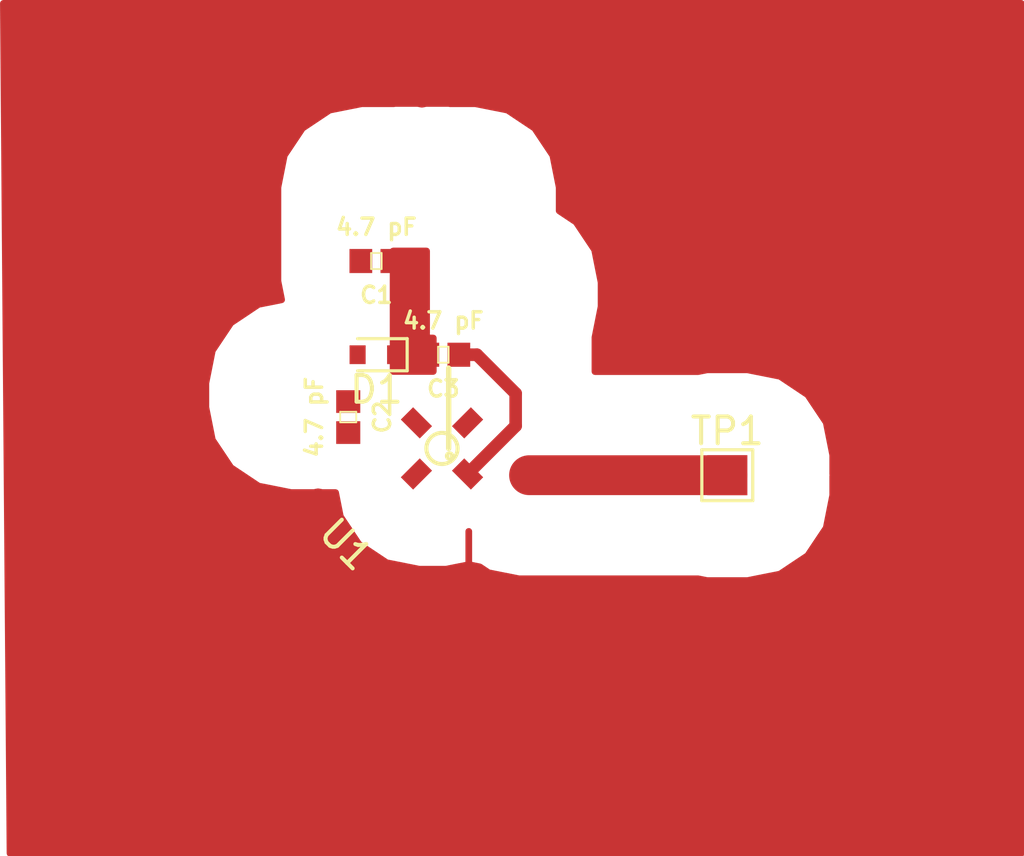
<source format=kicad_pcb>
(kicad_pcb (version 20171130) (host pcbnew 5.0.0)

  (general
    (thickness 1.6)
    (drawings 1)
    (tracks 6)
    (zones 0)
    (modules 6)
    (nets 6)
  )

  (page A4)
  (layers
    (0 F.Cu signal)
    (31 B.Cu signal)
    (32 B.Adhes user)
    (33 F.Adhes user)
    (34 B.Paste user)
    (35 F.Paste user)
    (36 B.SilkS user)
    (37 F.SilkS user)
    (38 B.Mask user)
    (39 F.Mask user)
    (40 Dwgs.User user)
    (41 Cmts.User user)
    (42 Eco1.User user)
    (43 Eco2.User user)
    (44 Edge.Cuts user)
    (45 Margin user)
    (46 B.CrtYd user)
    (47 F.CrtYd user)
    (48 B.Fab user)
    (49 F.Fab user)
  )

  (setup
    (last_trace_width 0.25)
    (trace_clearance 0.2)
    (zone_clearance 0.1)
    (zone_45_only no)
    (trace_min 0.2)
    (segment_width 0.2)
    (edge_width 0.15)
    (via_size 0.8)
    (via_drill 0.4)
    (via_min_size 0.4)
    (via_min_drill 0.3)
    (uvia_size 0.3)
    (uvia_drill 0.1)
    (uvias_allowed no)
    (uvia_min_size 0.2)
    (uvia_min_drill 0.1)
    (pcb_text_width 0.3)
    (pcb_text_size 1.5 1.5)
    (mod_edge_width 0.15)
    (mod_text_size 1 1)
    (mod_text_width 0.15)
    (pad_size 1.524 1.524)
    (pad_drill 0.762)
    (pad_to_mask_clearance 0.2)
    (aux_axis_origin 0 0)
    (visible_elements FFFFFF7F)
    (pcbplotparams
      (layerselection 0x010fc_ffffffff)
      (usegerberextensions false)
      (usegerberattributes false)
      (usegerberadvancedattributes false)
      (creategerberjobfile false)
      (excludeedgelayer true)
      (linewidth 0.100000)
      (plotframeref false)
      (viasonmask false)
      (mode 1)
      (useauxorigin false)
      (hpglpennumber 1)
      (hpglpenspeed 20)
      (hpglpendiameter 15.000000)
      (psnegative false)
      (psa4output false)
      (plotreference true)
      (plotvalue true)
      (plotinvisibletext false)
      (padsonsilk false)
      (subtractmaskfromsilk false)
      (outputformat 1)
      (mirror false)
      (drillshape 1)
      (scaleselection 1)
      (outputdirectory ""))
  )

  (net 0 "")
  (net 1 VCO)
  (net 2 "Net-(C1-Pad2)")
  (net 3 VCC)
  (net 4 "Net-(C3-Pad1)")
  (net 5 GND)

  (net_class Default "This is the default net class."
    (clearance 0.2)
    (trace_width 0.25)
    (via_dia 0.8)
    (via_drill 0.4)
    (uvia_dia 0.3)
    (uvia_drill 0.1)
    (add_net GND)
    (add_net "Net-(C1-Pad2)")
    (add_net "Net-(C3-Pad1)")
    (add_net VCC)
    (add_net VCO)
  )

  (module TestPoint:TestPoint_Pad_1.5x1.5mm (layer F.Cu) (tedit 5A0F774F) (tstamp 5EAD5B26)
    (at 72.15 45)
    (descr "SMD rectangular pad as test Point, square 1.5mm side length")
    (tags "test point SMD pad rectangle square")
    (path /5EAC6ADE)
    (attr virtual)
    (fp_text reference TP1 (at 0 -1.648) (layer F.SilkS)
      (effects (font (size 1 1) (thickness 0.15)))
    )
    (fp_text value TEST-POINT3X4 (at 0 1.75) (layer F.Fab)
      (effects (font (size 1 1) (thickness 0.15)))
    )
    (fp_line (start 1.25 1.25) (end -1.25 1.25) (layer F.CrtYd) (width 0.05))
    (fp_line (start 1.25 1.25) (end 1.25 -1.25) (layer F.CrtYd) (width 0.05))
    (fp_line (start -1.25 -1.25) (end -1.25 1.25) (layer F.CrtYd) (width 0.05))
    (fp_line (start -1.25 -1.25) (end 1.25 -1.25) (layer F.CrtYd) (width 0.05))
    (fp_line (start -0.95 0.95) (end -0.95 -0.95) (layer F.SilkS) (width 0.12))
    (fp_line (start 0.95 0.95) (end -0.95 0.95) (layer F.SilkS) (width 0.12))
    (fp_line (start 0.95 -0.95) (end 0.95 0.95) (layer F.SilkS) (width 0.12))
    (fp_line (start -0.95 -0.95) (end 0.95 -0.95) (layer F.SilkS) (width 0.12))
    (fp_text user %R (at 0 -1.65) (layer F.Fab)
      (effects (font (size 1 1) (thickness 0.15)))
    )
    (pad 1 smd rect (at 0 0) (size 1.5 1.5) (layers F.Cu F.Mask))
  )

  (module 0xDBFB7:4-Micro-X (layer F.Cu) (tedit 5E8E9CC3) (tstamp 5EAD0615)
    (at 61.5 44 315)
    (path /5EAA1A86)
    (fp_text reference U1 (at 0 5.072 315) (layer F.SilkS)
      (effects (font (size 1 1) (thickness 0.15)))
    )
    (fp_text value CE3520K3 (at 0 4.072 315) (layer F.Fab)
      (effects (font (size 1 1) (thickness 0.15)))
    )
    (fp_text user Gate (at 1.4 -0.5 315) (layer Dwgs.User)
      (effects (font (size 0.2 0.2) (thickness 0.05)))
    )
    (fp_text user Drain (at -1.3 -0.5 315) (layer Dwgs.User)
      (effects (font (size 0.2 0.2) (thickness 0.05)))
    )
    (fp_text user Source (at -0.5 -1.3 45) (layer Dwgs.User)
      (effects (font (size 0.2 0.2) (thickness 0.05)))
    )
    (fp_text user Source (at -0.5 1.4 45) (layer Dwgs.User)
      (effects (font (size 0.2 0.2) (thickness 0.05)))
    )
    (fp_circle (center 0 0) (end 0.583095 0) (layer F.SilkS) (width 0.15))
    (fp_circle (center 0.4 0) (end 0.5 0) (layer F.SilkS) (width 0.15))
    (pad 2 smd rect (at -1.35 0 45) (size 0.65 1) (layers F.Cu F.Paste F.Mask)
      (net 3 VCC))
    (pad 1 smd rect (at 0 -1.35 315) (size 0.65 1) (layers F.Cu F.Paste F.Mask)
      (net 5 GND))
    (pad 4 smd rect (at 1.35 0 225) (size 0.65 1) (layers F.Cu F.Paste F.Mask)
      (net 4 "Net-(C3-Pad1)"))
    (pad 3 smd rect (at 0 1.35 135) (size 0.65 1) (layers F.Cu F.Paste F.Mask)
      (net 5 GND))
  )

  (module Diode_SMD:D_SOD-523 (layer F.Cu) (tedit 586419F0) (tstamp 5EAD0607)
    (at 59.05 40.5 180)
    (descr "http://www.diodes.com/datasheets/ap02001.pdf p.144")
    (tags "Diode SOD523")
    (path /5EAC4B0B)
    (attr smd)
    (fp_text reference D1 (at 0 -1.3 180) (layer F.SilkS)
      (effects (font (size 1 1) (thickness 0.15)))
    )
    (fp_text value DIODE (at 0 1.4 180) (layer F.Fab)
      (effects (font (size 1 1) (thickness 0.15)))
    )
    (fp_text user %R (at 0 -1.3 180) (layer F.Fab)
      (effects (font (size 1 1) (thickness 0.15)))
    )
    (fp_line (start -1.15 -0.6) (end -1.15 0.6) (layer F.SilkS) (width 0.12))
    (fp_line (start 1.25 -0.7) (end 1.25 0.7) (layer F.CrtYd) (width 0.05))
    (fp_line (start -1.25 -0.7) (end 1.25 -0.7) (layer F.CrtYd) (width 0.05))
    (fp_line (start -1.25 0.7) (end -1.25 -0.7) (layer F.CrtYd) (width 0.05))
    (fp_line (start 1.25 0.7) (end -1.25 0.7) (layer F.CrtYd) (width 0.05))
    (fp_line (start 0.1 0) (end 0.25 0) (layer F.Fab) (width 0.1))
    (fp_line (start 0.1 -0.2) (end -0.2 0) (layer F.Fab) (width 0.1))
    (fp_line (start 0.1 0.2) (end 0.1 -0.2) (layer F.Fab) (width 0.1))
    (fp_line (start -0.2 0) (end 0.1 0.2) (layer F.Fab) (width 0.1))
    (fp_line (start -0.2 0) (end -0.35 0) (layer F.Fab) (width 0.1))
    (fp_line (start -0.2 0.2) (end -0.2 -0.2) (layer F.Fab) (width 0.1))
    (fp_line (start 0.65 -0.45) (end 0.65 0.45) (layer F.Fab) (width 0.1))
    (fp_line (start -0.65 -0.45) (end 0.65 -0.45) (layer F.Fab) (width 0.1))
    (fp_line (start -0.65 0.45) (end -0.65 -0.45) (layer F.Fab) (width 0.1))
    (fp_line (start 0.65 0.45) (end -0.65 0.45) (layer F.Fab) (width 0.1))
    (fp_line (start 0.7 -0.6) (end -1.15 -0.6) (layer F.SilkS) (width 0.12))
    (fp_line (start 0.7 0.6) (end -1.15 0.6) (layer F.SilkS) (width 0.12))
    (pad 2 smd rect (at 0.7 0) (size 0.6 0.7) (layers F.Cu F.Paste F.Mask)
      (net 2 "Net-(C1-Pad2)"))
    (pad 1 smd rect (at -0.7 0) (size 0.6 0.7) (layers F.Cu F.Paste F.Mask)
      (net 1 VCO))
    (model ${KISYS3DMOD}/Diode_SMD.3dshapes/D_SOD-523.wrl
      (at (xyz 0 0 0))
      (scale (xyz 1 1 1))
      (rotate (xyz 0 0 0))
    )
  )

  (module 0402 (layer F.Cu) (tedit 200000) (tstamp 5EACFD10)
    (at 61.55 40.5 180)
    (descr "GENERIC 1005 (0402) PACKAGE")
    (tags "GENERIC 1005 (0402) PACKAGE")
    (path /5EAC501D)
    (attr smd)
    (fp_text reference C3 (at 0 -1.27 180) (layer F.SilkS)
      (effects (font (size 0.6096 0.6096) (thickness 0.127)))
    )
    (fp_text value "4.7 pF" (at 0 1.27 180) (layer F.SilkS)
      (effects (font (size 0.6096 0.6096) (thickness 0.127)))
    )
    (fp_line (start -0.55372 0.3048) (end -0.254 0.3048) (layer Dwgs.User) (width 0.06604))
    (fp_line (start -0.254 0.3048) (end -0.254 -0.3048) (layer Dwgs.User) (width 0.06604))
    (fp_line (start -0.55372 -0.3048) (end -0.254 -0.3048) (layer Dwgs.User) (width 0.06604))
    (fp_line (start -0.55372 0.3048) (end -0.55372 -0.3048) (layer Dwgs.User) (width 0.06604))
    (fp_line (start 0.25654 0.3048) (end 0.5588 0.3048) (layer Dwgs.User) (width 0.06604))
    (fp_line (start 0.5588 0.3048) (end 0.5588 -0.3048) (layer Dwgs.User) (width 0.06604))
    (fp_line (start 0.25654 -0.3048) (end 0.5588 -0.3048) (layer Dwgs.User) (width 0.06604))
    (fp_line (start 0.25654 0.3048) (end 0.25654 -0.3048) (layer Dwgs.User) (width 0.06604))
    (fp_line (start -0.19812 0.29972) (end 0.19812 0.29972) (layer F.SilkS) (width 0.06604))
    (fp_line (start 0.19812 0.29972) (end 0.19812 -0.29972) (layer F.SilkS) (width 0.06604))
    (fp_line (start -0.19812 -0.29972) (end 0.19812 -0.29972) (layer F.SilkS) (width 0.06604))
    (fp_line (start -0.19812 0.29972) (end -0.19812 -0.29972) (layer F.SilkS) (width 0.06604))
    (fp_line (start -0.26924 -0.2286) (end 0.26924 -0.2286) (layer Dwgs.User) (width 0.1524))
    (fp_line (start 0.26924 0.2286) (end -0.26924 0.2286) (layer Dwgs.User) (width 0.1524))
    (fp_line (start -1.19888 -0.6477) (end 1.19888 -0.6477) (layer F.CrtYd) (width 0.0508))
    (fp_line (start 1.19888 -0.6477) (end 1.19888 0.6477) (layer F.CrtYd) (width 0.0508))
    (fp_line (start 1.19888 0.6477) (end -1.19888 0.6477) (layer F.CrtYd) (width 0.0508))
    (fp_line (start -1.19888 0.6477) (end -1.19888 -0.6477) (layer F.CrtYd) (width 0.0508))
    (pad 1 smd rect (at -0.57912 0 180) (size 0.84836 0.89916) (layers F.Cu F.Paste F.Mask)
      (net 4 "Net-(C3-Pad1)") (solder_mask_margin 0.1016))
    (pad 2 smd rect (at 0.57912 0 180) (size 0.84836 0.89916) (layers F.Cu F.Paste F.Mask)
      (net 1 VCO) (solder_mask_margin 0.1016))
  )

  (module 0402 (layer F.Cu) (tedit 200000) (tstamp 5EACFCF8)
    (at 58 42.82912 270)
    (descr "GENERIC 1005 (0402) PACKAGE")
    (tags "GENERIC 1005 (0402) PACKAGE")
    (path /5EAC63C2)
    (attr smd)
    (fp_text reference C2 (at 0 -1.27 270) (layer F.SilkS)
      (effects (font (size 0.6096 0.6096) (thickness 0.127)))
    )
    (fp_text value "4.7 pF" (at 0 1.27 270) (layer F.SilkS)
      (effects (font (size 0.6096 0.6096) (thickness 0.127)))
    )
    (fp_line (start -1.19888 0.6477) (end -1.19888 -0.6477) (layer F.CrtYd) (width 0.0508))
    (fp_line (start 1.19888 0.6477) (end -1.19888 0.6477) (layer F.CrtYd) (width 0.0508))
    (fp_line (start 1.19888 -0.6477) (end 1.19888 0.6477) (layer F.CrtYd) (width 0.0508))
    (fp_line (start -1.19888 -0.6477) (end 1.19888 -0.6477) (layer F.CrtYd) (width 0.0508))
    (fp_line (start 0.26924 0.2286) (end -0.26924 0.2286) (layer Dwgs.User) (width 0.1524))
    (fp_line (start -0.26924 -0.2286) (end 0.26924 -0.2286) (layer Dwgs.User) (width 0.1524))
    (fp_line (start -0.19812 0.29972) (end -0.19812 -0.29972) (layer F.SilkS) (width 0.06604))
    (fp_line (start -0.19812 -0.29972) (end 0.19812 -0.29972) (layer F.SilkS) (width 0.06604))
    (fp_line (start 0.19812 0.29972) (end 0.19812 -0.29972) (layer F.SilkS) (width 0.06604))
    (fp_line (start -0.19812 0.29972) (end 0.19812 0.29972) (layer F.SilkS) (width 0.06604))
    (fp_line (start 0.25654 0.3048) (end 0.25654 -0.3048) (layer Dwgs.User) (width 0.06604))
    (fp_line (start 0.25654 -0.3048) (end 0.5588 -0.3048) (layer Dwgs.User) (width 0.06604))
    (fp_line (start 0.5588 0.3048) (end 0.5588 -0.3048) (layer Dwgs.User) (width 0.06604))
    (fp_line (start 0.25654 0.3048) (end 0.5588 0.3048) (layer Dwgs.User) (width 0.06604))
    (fp_line (start -0.55372 0.3048) (end -0.55372 -0.3048) (layer Dwgs.User) (width 0.06604))
    (fp_line (start -0.55372 -0.3048) (end -0.254 -0.3048) (layer Dwgs.User) (width 0.06604))
    (fp_line (start -0.254 0.3048) (end -0.254 -0.3048) (layer Dwgs.User) (width 0.06604))
    (fp_line (start -0.55372 0.3048) (end -0.254 0.3048) (layer Dwgs.User) (width 0.06604))
    (pad 2 smd rect (at 0.57912 0 270) (size 0.84836 0.89916) (layers F.Cu F.Paste F.Mask)
      (net 3 VCC) (solder_mask_margin 0.1016))
    (pad 1 smd rect (at -0.57912 0 270) (size 0.84836 0.89916) (layers F.Cu F.Paste F.Mask)
      (net 2 "Net-(C1-Pad2)") (solder_mask_margin 0.1016))
  )

  (module 0402 (layer F.Cu) (tedit 200000) (tstamp 5EACFCE0)
    (at 59.05 37 180)
    (descr "GENERIC 1005 (0402) PACKAGE")
    (tags "GENERIC 1005 (0402) PACKAGE")
    (path /5EAC5CD0)
    (attr smd)
    (fp_text reference C1 (at 0 -1.27 180) (layer F.SilkS)
      (effects (font (size 0.6096 0.6096) (thickness 0.127)))
    )
    (fp_text value "4.7 pF" (at 0 1.27 180) (layer F.SilkS)
      (effects (font (size 0.6096 0.6096) (thickness 0.127)))
    )
    (fp_line (start -0.55372 0.3048) (end -0.254 0.3048) (layer Dwgs.User) (width 0.06604))
    (fp_line (start -0.254 0.3048) (end -0.254 -0.3048) (layer Dwgs.User) (width 0.06604))
    (fp_line (start -0.55372 -0.3048) (end -0.254 -0.3048) (layer Dwgs.User) (width 0.06604))
    (fp_line (start -0.55372 0.3048) (end -0.55372 -0.3048) (layer Dwgs.User) (width 0.06604))
    (fp_line (start 0.25654 0.3048) (end 0.5588 0.3048) (layer Dwgs.User) (width 0.06604))
    (fp_line (start 0.5588 0.3048) (end 0.5588 -0.3048) (layer Dwgs.User) (width 0.06604))
    (fp_line (start 0.25654 -0.3048) (end 0.5588 -0.3048) (layer Dwgs.User) (width 0.06604))
    (fp_line (start 0.25654 0.3048) (end 0.25654 -0.3048) (layer Dwgs.User) (width 0.06604))
    (fp_line (start -0.19812 0.29972) (end 0.19812 0.29972) (layer F.SilkS) (width 0.06604))
    (fp_line (start 0.19812 0.29972) (end 0.19812 -0.29972) (layer F.SilkS) (width 0.06604))
    (fp_line (start -0.19812 -0.29972) (end 0.19812 -0.29972) (layer F.SilkS) (width 0.06604))
    (fp_line (start -0.19812 0.29972) (end -0.19812 -0.29972) (layer F.SilkS) (width 0.06604))
    (fp_line (start -0.26924 -0.2286) (end 0.26924 -0.2286) (layer Dwgs.User) (width 0.1524))
    (fp_line (start 0.26924 0.2286) (end -0.26924 0.2286) (layer Dwgs.User) (width 0.1524))
    (fp_line (start -1.19888 -0.6477) (end 1.19888 -0.6477) (layer F.CrtYd) (width 0.0508))
    (fp_line (start 1.19888 -0.6477) (end 1.19888 0.6477) (layer F.CrtYd) (width 0.0508))
    (fp_line (start 1.19888 0.6477) (end -1.19888 0.6477) (layer F.CrtYd) (width 0.0508))
    (fp_line (start -1.19888 0.6477) (end -1.19888 -0.6477) (layer F.CrtYd) (width 0.0508))
    (pad 1 smd rect (at -0.57912 0 180) (size 0.84836 0.89916) (layers F.Cu F.Paste F.Mask)
      (net 1 VCO) (solder_mask_margin 0.1016))
    (pad 2 smd rect (at 0.57912 0 180) (size 0.84836 0.89916) (layers F.Cu F.Paste F.Mask)
      (net 2 "Net-(C1-Pad2)") (solder_mask_margin 0.1016))
  )

  (gr_line (start 61.75 44) (end 61.75 41) (layer F.SilkS) (width 0.2))

  (segment (start 64.75 45) (end 72.15 45) (width 1.487) (layer F.Cu) (net 0))
  (segment (start 64.25 41.9467) (end 62.8033 40.5) (width 0.47) (layer F.Cu) (net 4))
  (segment (start 64.25 43.159188) (end 64.25 41.9467) (width 0.47) (layer F.Cu) (net 4))
  (segment (start 62.8033 40.5) (end 62.12912 40.5) (width 0.47) (layer F.Cu) (net 4))
  (segment (start 62.454594 44.954594) (end 64.25 43.159188) (width 0.47) (layer F.Cu) (net 4))
  (segment (start 62.5 47.1) (end 62.5 50.25) (width 0.25) (layer F.Cu) (net 5))

  (zone (net 5) (net_name GND) (layer F.Cu) (tstamp 0) (hatch edge 0.508)
    (connect_pads (clearance 3))
    (min_thickness 0.254)
    (fill yes (arc_segments 16) (thermal_gap 0.508) (thermal_bridge_width 0.508))
    (polygon
      (pts
        (xy 45 27.25) (xy 83.25 27.25) (xy 83.25 59.25) (xy 45.25 59.25)
      )
    )
    (filled_polygon
      (pts
        (xy 83.123 59.123) (xy 45.376012 59.123) (xy 45.238829 41.563521) (xy 52.68272 41.563521) (xy 52.68272 42.462681)
        (xy 52.925412 43.682776) (xy 53.61654 44.717122) (xy 54.650886 45.40825) (xy 55.870981 45.650942) (xy 56.719341 45.650942)
        (xy 56.874281 45.620123) (xy 57.029221 45.650942) (xy 57.526573 45.650942) (xy 57.704431 46.545095) (xy 58.395559 47.579441)
        (xy 59.429905 48.270569) (xy 60.65 48.513261) (xy 61.65 48.513261) (xy 62.5 48.344185) (xy 62.910379 48.425815)
        (xy 63.239806 48.645931) (xy 64.368792 48.8705) (xy 71.059342 48.8705) (xy 71.4 48.938261) (xy 72.9 48.938261)
        (xy 74.120095 48.695569) (xy 75.154441 48.004441) (xy 75.845569 46.970095) (xy 76.088261 45.75) (xy 76.088261 45.040551)
        (xy 76.096327 45) (xy 76.088261 44.959449) (xy 76.088261 44.25) (xy 75.845569 43.029905) (xy 75.154441 41.995559)
        (xy 74.120095 41.304431) (xy 72.9 41.061739) (xy 71.4 41.061739) (xy 71.059342 41.1295) (xy 67.212 41.1295)
        (xy 67.212 39.853661) (xy 67.441561 38.69958) (xy 67.441561 37.80042) (xy 67.198869 36.580325) (xy 66.507741 35.545979)
        (xy 65.877 35.124531) (xy 65.877 34.25) (xy 65.638971 33.053349) (xy 64.961123 32.038877) (xy 63.946651 31.361029)
        (xy 62.75 31.123) (xy 61.807801 31.123) (xy 61.7533 31.112159) (xy 60.90494 31.112159) (xy 60.75 31.142978)
        (xy 60.59506 31.112159) (xy 59.7467 31.112159) (xy 59.692199 31.123) (xy 58.5 31.123) (xy 57.303349 31.361029)
        (xy 56.288877 32.038877) (xy 55.611029 33.053349) (xy 55.373 34.25) (xy 55.373 37.75) (xy 55.511592 38.446747)
        (xy 54.650886 38.617952) (xy 53.61654 39.30908) (xy 52.925412 40.343426) (xy 52.68272 41.563521) (xy 45.238829 41.563521)
        (xy 45.127996 27.377) (xy 83.123 27.377)
      )
    )
  )
  (zone (net 1) (net_name VCO) (layer F.Cu) (tstamp 0) (hatch edge 0.508)
    (priority 1)
    (connect_pads yes (clearance 0.1))
    (min_thickness 0.254)
    (fill yes (arc_segments 16) (thermal_gap 0.508) (thermal_bridge_width 0.508))
    (polygon
      (pts
        (xy 61.3 39.75) (xy 61.3 41.25) (xy 59.55 41.25) (xy 59.55 39.75)
      )
    )
    (filled_polygon
      (pts
        (xy 61.173 41.123) (xy 59.677 41.123) (xy 59.677 39.877) (xy 61.173 39.877)
      )
    )
  )
  (zone (net 1) (net_name VCO) (layer F.Cu) (tstamp 0) (hatch edge 0.508)
    (priority 1)
    (connect_pads yes (clearance 0.1))
    (min_thickness 0.254)
    (fill yes (arc_segments 16) (thermal_gap 0.508) (thermal_bridge_width 0.508))
    (polygon
      (pts
        (xy 59.55 40) (xy 59.55 36.5) (xy 61.05 36.5) (xy 61.05 40)
      )
    )
    (filled_polygon
      (pts
        (xy 60.923 39.873) (xy 59.677 39.873) (xy 59.677 36.627) (xy 60.923 36.627)
      )
    )
  )
  (zone (net 2) (net_name "Net-(C1-Pad2)") (layer F.Cu) (tstamp 5EAD6183) (hatch edge 0.508)
    (priority 2)
    (connect_pads yes (clearance 0.1))
    (min_thickness 0.254)
    (fill yes (arc_segments 16) (thermal_gap 0.508) (thermal_bridge_width 0.508))
    (polygon
      (pts
        (xy 56.8 40) (xy 56.8 36.5) (xy 58.3 36.5) (xy 58.3 40)
      )
    )
  )
)

</source>
